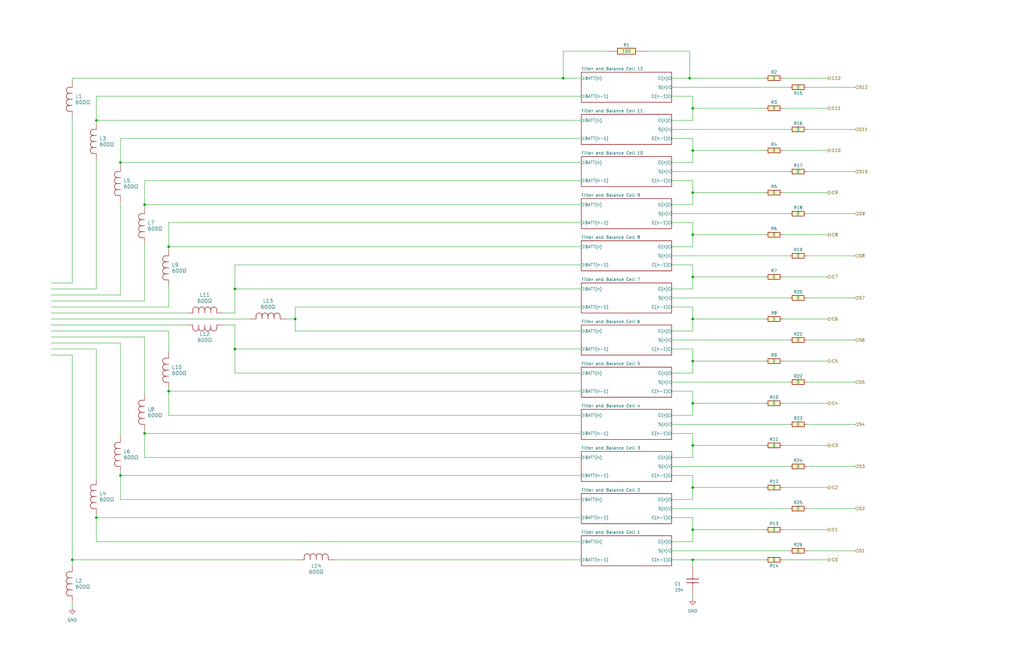
<source format=kicad_sch>
(kicad_sch (version 20230121) (generator eeschema)
  (paper "B")
  (title_block (title "Cell Filtering and Balancing") (date "2024-08-10") (rev "A") (company "AeroNU - FixedWing"))
  (lib_symbols
    (symbol "FixedWing:AC0805KRX7R8BB103" (pin_numbers hide) (pin_names (offset 0) hide)
      (property "Reference" "C" (at 8.89 6.35 0))
      (property "Value" "10n" (at 8.89 3.81 0))
      (symbol "AC0805KRX7R8BB103_1_1"
        (polyline (pts (xy 5.08 0) (xy 5.588 0)) (stroke (width 0.254)))
        (polyline (pts (xy 5.588 2.54) (xy 5.588 -2.54)) (stroke (width 0.254)))
        (polyline (pts (xy 7.112 0) (xy 7.62 0)) (stroke (width 0.254)))
        (polyline (pts (xy 7.112 2.54) (xy 7.112 -2.54)) (stroke (width 0.254)))
        (pin passive line (at 0 0 0) (length 5.08) (name "1") (number "1"))
        (pin passive line (at 12.7 0 180) (length 5.08) (name "2") (number "2"))
      )
    )
    (symbol "FixedWing:BLM31PG601SN1L" (pin_numbers hide) (pin_names (offset 0.254) hide)
      (property "Reference" "L" (at 6.985 5.08 0))
      (property "Value" "600Ω" (at 6.985 -2.54 0))
      (symbol "BLM31PG601SN1L_1_1"
        (polyline (pts (xy 2.54 0) (xy 2.54 1.27)) (stroke (width 0.2032)))
        (polyline (pts (xy 5.08 0) (xy 5.08 1.27)) (stroke (width 0.2032)))
        (polyline (pts (xy 7.62 0) (xy 7.62 1.27)) (stroke (width 0.2032)))
        (polyline (pts (xy 10.16 0) (xy 10.16 1.27)) (stroke (width 0.2032)))
        (polyline (pts (xy 12.7 0) (xy 12.7 1.27)) (stroke (width 0.2032)))
        (arc (start 5.08 1.27) (mid 3.81 2.5345) (end 2.54 1.27) (stroke (width 0.2032)))
        (arc (start 7.62 1.27) (mid 6.35 2.5345) (end 5.08 1.27) (stroke (width 0.2032)))
        (arc (start 10.16 1.27) (mid 8.89 2.5345) (end 7.62 1.27) (stroke (width 0.2032)))
        (arc (start 12.7 1.27) (mid 11.43 2.5345) (end 10.16 1.27) (stroke (width 0.2032)))
        (pin unspecified line (at 15.24 0 180) (length 2.54) (name "1") (number "1"))
        (pin unspecified line (at 0 0 0) (length 2.54) (name "2") (number "2"))
      )
      (symbol "BLM31PG601SN1L_1_2"
        (arc (start -1.27 5.08) (mid -2.5345 3.81) (end -1.27 2.54) (stroke (width 0.2032)))
        (arc (start -1.27 7.62) (mid -2.5345 6.35) (end -1.27 5.08) (stroke (width 0.2032)))
        (arc (start -1.27 10.16) (mid -2.5345 8.89) (end -1.27 7.62) (stroke (width 0.2032)))
        (arc (start -1.27 12.7) (mid -2.5345 11.43) (end -1.27 10.16) (stroke (width 0.2032)))
        (polyline (pts (xy 0 2.54) (xy -1.27 2.54)) (stroke (width 0.2032)))
        (polyline (pts (xy 0 5.08) (xy -1.27 5.08)) (stroke (width 0.2032)))
        (polyline (pts (xy 0 7.62) (xy -1.27 7.62)) (stroke (width 0.2032)))
        (polyline (pts (xy 0 10.16) (xy -1.27 10.16)) (stroke (width 0.2032)))
        (polyline (pts (xy 0 12.7) (xy -1.27 12.7)) (stroke (width 0.2032)))
        (pin unspecified line (at 0 15.24 270) (length 2.54) (name "1") (number "1"))
        (pin unspecified line (at 0 0 90) (length 2.54) (name "2") (number "2"))
      )
    )
    (symbol "FixedWing:CRCW0805100RFKEA" (pin_numbers hide) (pin_names (offset 0) hide)
      (property "Reference" "R" (at 13.97 6.35 0))
      (property "Value" "100" (at 13.97 3.81 0))
      (symbol "CRCW0805100RFKEA_1_1"
        (rectangle (start 5.08 1.27) (end 12.7 -1.27) (stroke (width 0.254)) (fill (type background)))
        (pin passive line (at 0 0 0) (length 5.08) (name "1") (number "1"))
        (pin passive line (at 17.78 0 180) (length 5.08) (name "2") (number "2"))
      )
    )
    (symbol "FixedWing:RC1206JR-070RL" (pin_numbers hide) (pin_names (offset 0) hide)
      (property "Reference" "R" (at 3.81 2.54 0))
      (property "Value" "0" (at 3.81 0 0))
      (symbol "RC1206JR-070RL_1_1"
        (rectangle (start 1.27 1.016) (end 6.35 -1.016) (stroke (width 0.254)) (fill (type background)))
        (pin passive line (at 0 0 0) (length 1.27) (name "~") (number "1"))
        (pin passive line (at 7.62 0 180) (length 1.27) (name "~") (number "2"))
      )
      (symbol "RC1206JR-070RL_1_2"
        (polyline (pts (xy -1.27 3.175) (xy 1.27 4.445)) (stroke (width 0.2032)))
        (polyline (pts (xy -1.27 5.715) (xy 1.27 6.985)) (stroke (width 0.2032)))
        (polyline (pts (xy -1.27 8.255) (xy 1.27 9.525)) (stroke (width 0.2032)))
        (polyline (pts (xy 0 2.54) (xy -1.27 3.175)) (stroke (width 0.2032)))
        (polyline (pts (xy 1.27 4.445) (xy -1.27 5.715)) (stroke (width 0.2032)))
        (polyline (pts (xy 1.27 6.985) (xy -1.27 8.255)) (stroke (width 0.2032)))
        (polyline (pts (xy 1.27 9.525) (xy 0 10.16)) (stroke (width 0.2032)))
        (pin unspecified line (at 0 12.7 270) (length 2.54) (name "") (number "1"))
        (pin unspecified line (at 0 0 90) (length 2.54) (name "") (number "2"))
      )
    )
    (symbol "power:GND" (power) (pin_names (offset 0))
      (property "Value" "GND" (at 0 -3.81 0))
      (symbol "GND_0_1"
        (polyline (pts (xy 0 0) (xy 0 -1.27) (xy 1.27 -1.27) (xy 0 -2.54) (xy -1.27 -1.27) (xy 0 -1.27)))
      )
      (symbol "GND_1_1"
        (pin power_in line (at 0 0 270) (length 0) hide (name "GND") (number "1"))
      )
    )
  )
  (junction (at 292.1 81.28))
  (junction (at 71.12 104.14))
  (junction (at 292.1 45.72))
  (junction (at 292.1 236.22))
  (junction (at 292.1 223.52))
  (junction (at 292.1 187.96))
  (junction (at 60.96 86.36))
  (junction (at 99.06 121.92))
  (junction (at 292.1 170.18))
  (junction (at 292.1 116.84))
  (junction (at 292.1 205.74))
  (junction (at 50.8 200.66))
  (junction (at 237.49 33.02))
  (junction (at 99.06 147.32))
  (junction (at 40.64 50.8))
  (junction (at 292.1 152.4))
  (junction (at 292.1 63.5))
  (junction (at 50.8 68.58))
  (junction (at 40.64 218.44))
  (junction (at 71.12 165.1))
  (junction (at 290.83 33.02))
  (junction (at 292.1 99.06))
  (junction (at 30.48 236.22))
  (junction (at 292.1 134.62))
  (junction (at 124.46 134.62))
  (junction (at 60.96 182.88))
  (wire (pts (xy 292.1 147.32) (xy 292.1 152.4)))
  (wire (pts (xy 71.12 120.65) (xy 71.12 129.54)))
  (wire (pts (xy 30.48 33.02) (xy 237.49 33.02)))
  (wire (pts (xy 283.21 111.76) (xy 292.1 111.76)))
  (wire (pts (xy 283.21 214.63) (xy 332.74 214.63)))
  (wire (pts (xy 283.21 200.66) (xy 292.1 200.66)))
  (wire (pts (xy 340.36 196.85) (xy 360.68 196.85)))
  (wire (pts (xy 283.21 33.02) (xy 290.83 33.02)))
  (wire (pts (xy 292.1 45.72) (xy 322.58 45.72)))
  (wire (pts (xy 292.1 93.98) (xy 292.1 99.06)))
  (wire (pts (xy 60.96 182.88) (xy 245.11 182.88)))
  (wire (pts (xy 292.1 165.1) (xy 292.1 170.18)))
  (wire (pts (xy 330.2 152.4) (xy 349.25 152.4)))
  (wire (pts (xy 99.06 157.48) (xy 245.11 157.48)))
  (wire (pts (xy 40.64 218.44) (xy 245.11 218.44)))
  (wire (pts (xy 330.2 236.22) (xy 349.25 236.22)))
  (wire (pts (xy 21.59 132.08) (xy 78.74 132.08)))
  (wire (pts (xy 283.21 129.54) (xy 292.1 129.54)))
  (wire (pts (xy 50.8 199.39) (xy 50.8 200.66)))
  (wire (pts (xy 50.8 144.78) (xy 50.8 184.15)))
  (wire (pts (xy 30.48 49.53) (xy 30.48 119.38)))
  (wire (pts (xy 21.59 147.32) (xy 40.64 147.32)))
  (wire (pts (xy 290.83 33.02) (xy 322.58 33.02)))
  (wire (pts (xy 292.1 236.22) (xy 322.58 236.22)))
  (wire (pts (xy 60.96 182.88) (xy 60.96 193.04)))
  (wire (pts (xy 245.11 86.36) (xy 60.96 86.36)))
  (wire (pts (xy 292.1 175.26) (xy 292.1 170.18)))
  (wire (pts (xy 332.74 143.51) (xy 283.21 143.51)))
  (wire (pts (xy 283.21 236.22) (xy 292.1 236.22)))
  (wire (pts (xy 21.59 137.16) (xy 78.74 137.16)))
  (wire (pts (xy 93.98 132.08) (xy 99.06 132.08)))
  (wire (pts (xy 50.8 68.58) (xy 50.8 69.85)))
  (wire (pts (xy 340.36 161.29) (xy 360.68 161.29)))
  (wire (pts (xy 292.1 81.28) (xy 292.1 86.36)))
  (wire (pts (xy 292.1 63.5) (xy 292.1 68.58)))
  (wire (pts (xy 30.48 254) (xy 30.48 256.54)))
  (wire (pts (xy 340.36 125.73) (xy 360.68 125.73)))
  (wire (pts (xy 330.2 134.62) (xy 349.25 134.62)))
  (wire (pts (xy 60.96 127) (xy 21.59 127)))
  (wire (pts (xy 50.8 58.42) (xy 50.8 68.58)))
  (wire (pts (xy 71.12 163.83) (xy 71.12 165.1)))
  (wire (pts (xy 292.1 50.8) (xy 292.1 45.72)))
  (wire (pts (xy 292.1 81.28) (xy 322.58 81.28)))
  (wire (pts (xy 283.21 139.7) (xy 292.1 139.7)))
  (wire (pts (xy 237.49 33.02) (xy 245.11 33.02)))
  (wire (pts (xy 340.36 214.63) (xy 360.68 214.63)))
  (wire (pts (xy 330.2 116.84) (xy 349.25 116.84)))
  (wire (pts (xy 120.65 134.62) (xy 124.46 134.62)))
  (wire (pts (xy 50.8 210.82) (xy 245.11 210.82)))
  (wire (pts (xy 330.2 99.06) (xy 349.25 99.06)))
  (wire (pts (xy 360.68 143.51) (xy 340.36 143.51)))
  (wire (pts (xy 245.11 129.54) (xy 124.46 129.54)))
  (wire (pts (xy 283.21 40.64) (xy 292.1 40.64)))
  (wire (pts (xy 292.1 134.62) (xy 292.1 139.7)))
  (wire (pts (xy 237.49 21.59) (xy 237.49 33.02)))
  (wire (pts (xy 283.21 161.29) (xy 332.74 161.29)))
  (wire (pts (xy 40.64 67.31) (xy 40.64 121.92)))
  (wire (pts (xy 50.8 200.66) (xy 245.11 200.66)))
  (wire (pts (xy 292.1 99.06) (xy 322.58 99.06)))
  (wire (pts (xy 292.1 63.5) (xy 322.58 63.5)))
  (wire (pts (xy 292.1 236.22) (xy 292.1 238.76)))
  (wire (pts (xy 292.1 116.84) (xy 292.1 121.92)))
  (wire (pts (xy 40.64 228.6) (xy 245.11 228.6)))
  (wire (pts (xy 71.12 104.14) (xy 71.12 105.41)))
  (wire (pts (xy 99.06 121.92) (xy 245.11 121.92)))
  (wire (pts (xy 292.1 182.88) (xy 292.1 187.96)))
  (wire (pts (xy 71.12 104.14) (xy 245.11 104.14)))
  (wire (pts (xy 283.21 125.73) (xy 332.74 125.73)))
  (wire (pts (xy 283.21 104.14) (xy 292.1 104.14)))
  (wire (pts (xy 292.1 170.18) (xy 322.58 170.18)))
  (wire (pts (xy 60.96 181.61) (xy 60.96 182.88)))
  (wire (pts (xy 292.1 116.84) (xy 322.58 116.84)))
  (wire (pts (xy 21.59 139.7) (xy 71.12 139.7)))
  (wire (pts (xy 360.68 54.61) (xy 340.36 54.61)))
  (wire (pts (xy 330.2 187.96) (xy 349.25 187.96)))
  (wire (pts (xy 283.21 147.32) (xy 292.1 147.32)))
  (wire (pts (xy 292.1 58.42) (xy 292.1 63.5)))
  (wire (pts (xy 283.21 179.07) (xy 332.74 179.07)))
  (wire (pts (xy 283.21 107.95) (xy 332.74 107.95)))
  (wire (pts (xy 60.96 76.2) (xy 245.11 76.2)))
  (wire (pts (xy 292.1 187.96) (xy 292.1 193.04)))
  (wire (pts (xy 283.21 157.48) (xy 292.1 157.48)))
  (wire (pts (xy 330.2 33.02) (xy 349.25 33.02)))
  (wire (pts (xy 283.21 36.83) (xy 332.74 36.83)))
  (wire (pts (xy 340.36 232.41) (xy 360.68 232.41)))
  (wire (pts (xy 93.98 137.16) (xy 99.06 137.16)))
  (wire (pts (xy 71.12 175.26) (xy 245.11 175.26)))
  (wire (pts (xy 283.21 93.98) (xy 292.1 93.98)))
  (wire (pts (xy 283.21 175.26) (xy 292.1 175.26)))
  (wire (pts (xy 292.1 205.74) (xy 292.1 210.82)))
  (wire (pts (xy 283.21 58.42) (xy 292.1 58.42)))
  (wire (pts (xy 30.48 149.86) (xy 30.48 236.22)))
  (wire (pts (xy 40.64 218.44) (xy 40.64 228.6)))
  (wire (pts (xy 292.1 129.54) (xy 292.1 134.62)))
  (wire (pts (xy 330.2 63.5) (xy 349.25 63.5)))
  (wire (pts (xy 60.96 142.24) (xy 60.96 166.37)))
  (wire (pts (xy 50.8 58.42) (xy 245.11 58.42)))
  (wire (pts (xy 60.96 76.2) (xy 60.96 86.36)))
  (wire (pts (xy 30.48 236.22) (xy 125.73 236.22)))
  (wire (pts (xy 292.1 40.64) (xy 292.1 45.72)))
  (wire (pts (xy 283.21 50.8) (xy 292.1 50.8)))
  (wire (pts (xy 283.21 72.39) (xy 332.74 72.39)))
  (wire (pts (xy 290.83 21.59) (xy 273.05 21.59)))
  (wire (pts (xy 124.46 129.54) (xy 124.46 134.62)))
  (wire (pts (xy 60.96 193.04) (xy 245.11 193.04)))
  (wire (pts (xy 283.21 86.36) (xy 292.1 86.36)))
  (wire (pts (xy 283.21 68.58) (xy 292.1 68.58)))
  (wire (pts (xy 283.21 193.04) (xy 292.1 193.04)))
  (wire (pts (xy 340.36 107.95) (xy 360.68 107.95)))
  (wire (pts (xy 245.11 139.7) (xy 124.46 139.7)))
  (wire (pts (xy 332.74 54.61) (xy 283.21 54.61)))
  (wire (pts (xy 40.64 217.17) (xy 40.64 218.44)))
  (wire (pts (xy 50.8 200.66) (xy 50.8 210.82)))
  (wire (pts (xy 290.83 33.02) (xy 290.83 21.59)))
  (wire (pts (xy 292.1 223.52) (xy 322.58 223.52)))
  (wire (pts (xy 140.97 236.22) (xy 245.11 236.22)))
  (wire (pts (xy 283.21 76.2) (xy 292.1 76.2)))
  (wire (pts (xy 283.21 218.44) (xy 292.1 218.44)))
  (wire (pts (xy 99.06 121.92) (xy 99.06 132.08)))
  (wire (pts (xy 99.06 147.32) (xy 245.11 147.32)))
  (wire (pts (xy 124.46 134.62) (xy 124.46 139.7)))
  (wire (pts (xy 283.21 121.92) (xy 292.1 121.92)))
  (wire (pts (xy 30.48 33.02) (xy 30.48 34.29)))
  (wire (pts (xy 283.21 232.41) (xy 332.74 232.41)))
  (wire (pts (xy 21.59 149.86) (xy 30.48 149.86)))
  (wire (pts (xy 237.49 21.59) (xy 255.27 21.59)))
  (wire (pts (xy 292.1 134.62) (xy 322.58 134.62)))
  (wire (pts (xy 292.1 205.74) (xy 322.58 205.74)))
  (wire (pts (xy 50.8 68.58) (xy 245.11 68.58)))
  (wire (pts (xy 40.64 147.32) (xy 40.64 201.93)))
  (wire (pts (xy 292.1 76.2) (xy 292.1 81.28)))
  (wire (pts (xy 99.06 137.16) (xy 99.06 147.32)))
  (wire (pts (xy 21.59 134.62) (xy 105.41 134.62)))
  (wire (pts (xy 21.59 129.54) (xy 71.12 129.54)))
  (wire (pts (xy 30.48 236.22) (xy 30.48 238.76)))
  (wire (pts (xy 330.2 223.52) (xy 349.25 223.52)))
  (wire (pts (xy 99.06 111.76) (xy 245.11 111.76)))
  (wire (pts (xy 283.21 210.82) (xy 292.1 210.82)))
  (wire (pts (xy 21.59 121.92) (xy 40.64 121.92)))
  (wire (pts (xy 40.64 40.64) (xy 40.64 50.8)))
  (wire (pts (xy 292.1 187.96) (xy 322.58 187.96)))
  (wire (pts (xy 292.1 200.66) (xy 292.1 205.74)))
  (wire (pts (xy 340.36 179.07) (xy 360.68 179.07)))
  (wire (pts (xy 340.36 72.39) (xy 360.68 72.39)))
  (wire (pts (xy 340.36 36.83) (xy 360.68 36.83)))
  (wire (pts (xy 292.1 218.44) (xy 292.1 223.52)))
  (wire (pts (xy 60.96 102.87) (xy 60.96 127)))
  (wire (pts (xy 71.12 165.1) (xy 245.11 165.1)))
  (wire (pts (xy 60.96 86.36) (xy 60.96 87.63)))
  (wire (pts (xy 71.12 93.98) (xy 71.12 104.14)))
  (wire (pts (xy 71.12 165.1) (xy 71.12 175.26)))
  (wire (pts (xy 283.21 165.1) (xy 292.1 165.1)))
  (wire (pts (xy 21.59 124.46) (xy 50.8 124.46)))
  (wire (pts (xy 283.21 196.85) (xy 332.74 196.85)))
  (wire (pts (xy 292.1 152.4) (xy 322.58 152.4)))
  (wire (pts (xy 292.1 152.4) (xy 292.1 157.48)))
  (wire (pts (xy 292.1 228.6) (xy 292.1 223.52)))
  (wire (pts (xy 292.1 111.76) (xy 292.1 116.84)))
  (wire (pts (xy 330.2 45.72) (xy 349.25 45.72)))
  (wire (pts (xy 40.64 50.8) (xy 40.64 52.07)))
  (wire (pts (xy 292.1 104.14) (xy 292.1 99.06)))
  (wire (pts (xy 40.64 40.64) (xy 245.11 40.64)))
  (wire (pts (xy 332.74 90.17) (xy 283.21 90.17)))
  (wire (pts (xy 60.96 142.24) (xy 21.59 142.24)))
  (wire (pts (xy 50.8 85.09) (xy 50.8 124.46)))
  (wire (pts (xy 21.59 119.38) (xy 30.48 119.38)))
  (wire (pts (xy 71.12 139.7) (xy 71.12 148.59)))
  (wire (pts (xy 99.06 147.32) (xy 99.06 157.48)))
  (wire (pts (xy 330.2 205.74) (xy 349.25 205.74)))
  (wire (pts (xy 283.21 228.6) (xy 292.1 228.6)))
  (wire (pts (xy 21.59 144.78) (xy 50.8 144.78)))
  (wire (pts (xy 71.12 93.98) (xy 245.11 93.98)))
  (wire (pts (xy 283.21 182.88) (xy 292.1 182.88)))
  (wire (pts (xy 40.64 50.8) (xy 245.11 50.8)))
  (wire (pts (xy 292.1 251.46) (xy 292.1 252.73)))
  (wire (pts (xy 330.2 81.28) (xy 349.25 81.28)))
  (wire (pts (xy 360.68 90.17) (xy 340.36 90.17)))
  (wire (pts (xy 99.06 111.76) (xy 99.06 121.92)))
  (wire (pts (xy 330.2 170.18) (xy 349.25 170.18)))
  (hierarchical_label "C5" (shape output) (at 349.25 152.4 0))
  (hierarchical_label "S6" (shape input) (at 360.68 143.51 0))
  (hierarchical_label "S8" (shape input) (at 360.68 107.95 0))
  (hierarchical_label "C11" (shape output) (at 349.25 45.72 0))
  (hierarchical_label "S3" (shape input) (at 360.68 196.85 0))
  (hierarchical_label "C9" (shape output) (at 349.25 81.28 0))
  (hierarchical_label "C8" (shape output) (at 349.25 99.06 0))
  (hierarchical_label "C4" (shape output) (at 349.25 170.18 0))
  (hierarchical_label "S5" (shape input) (at 360.68 161.29 0))
  (hierarchical_label "C3" (shape output) (at 349.25 187.96 0))
  (hierarchical_label "C6" (shape output) (at 349.25 134.62 0))
  (hierarchical_label "C10" (shape output) (at 349.25 63.5 0))
  (hierarchical_label "S10" (shape input) (at 360.68 72.39 0))
  (hierarchical_label "S9" (shape input) (at 360.68 90.17 0))
  (hierarchical_label "C2" (shape output) (at 349.25 205.74 0))
  (hierarchical_label "S12" (shape input) (at 360.68 36.83 0))
  (hierarchical_label "S4" (shape input) (at 360.68 179.07 0))
  (hierarchical_label "C0" (shape output) (at 349.25 236.22 0))
  (hierarchical_label "C12" (shape output) (at 349.25 33.02 0))
  (hierarchical_label "S11" (shape input) (at 360.68 54.61 0))
  (hierarchical_label "S1" (shape input) (at 360.68 232.41 0))
  (hierarchical_label "S7" (shape input) (at 360.68 125.73 0))
  (hierarchical_label "C1" (shape output) (at 349.25 223.52 0))
  (hierarchical_label "C7" (shape output) (at 349.25 116.84 0))
  (hierarchical_label "S2" (shape input) (at 360.68 214.63 0))
  (symbol (lib_id "FixedWing:RC1206JR-070RL") (at 332.74 161.29 0) (unit 1)
    (property "Reference" "R22" (at 336.55 158.75 0))
    (property "Value" "0" (at 336.55 161.29 0))
    (property "Footprint" "FixedWing:RC1206N_YAG" (effects hide))
    (property "Datasheet" "https://www.yageo.com/upload/media/product/products/datasheet/rchip/PYu-RC_Group_51_RoHS_L_12.pdf" (effects hide))
    (property "Manufacturer" "YAGEO" (effects hide))
    (property "Manufacturer Part Number" "RC1206JR-070RL" (effects hide))
  )
  (symbol (lib_id "FixedWing:RC1206JR-070RL") (at 332.74 143.51 0) (unit 1)
    (property "Reference" "R21" (at 336.55 140.97 0))
    (property "Value" "0" (at 336.55 143.51 0))
    (property "Footprint" "FixedWing:RC1206N_YAG" (effects hide))
    (property "Datasheet" "https://www.yageo.com/upload/media/product/products/datasheet/rchip/PYu-RC_Group_51_RoHS_L_12.pdf" (effects hide))
    (property "Manufacturer" "YAGEO" (effects hide))
    (property "Manufacturer Part Number" "RC1206JR-070RL" (effects hide))
  )
  (symbol (lib_id "FixedWing:RC1206JR-070RL") (at 332.74 125.73 0) (unit 1)
    (property "Reference" "R20" (at 336.55 123.19 0))
    (property "Value" "0" (at 336.55 125.73 0))
    (property "Footprint" "FixedWing:RC1206N_YAG" (effects hide))
    (property "Datasheet" "https://www.yageo.com/upload/media/product/products/datasheet/rchip/PYu-RC_Group_51_RoHS_L_12.pdf" (effects hide))
    (property "Manufacturer" "YAGEO" (effects hide))
    (property "Manufacturer Part Number" "RC1206JR-070RL" (effects hide))
  )
  (symbol (lib_id "FixedWing:BLM31PG601SN1L") (at 60.96 102.87 90) (unit 1)
    (property "Reference" "L7" (at 62.23 93.98 90) (effects (font (size 1.524 1.524)) (justify right)))
    (property "Value" "600Ω" (at 62.23 96.52 90) (effects (font (size 1.524 1.524)) (justify right)))
    (property "Footprint" "FixedWing:IND_BLM31PG391SN1L_MUR" (effects hide))
    (property "Datasheet" "https://www.murata.com/en-us/products/productdata/8796739698718/ENFA0006.pdf" (effects hide))
    (property "Manufacturer" "Murata Electronics" (effects hide))
    (property "Manufacturer Part Number" "BLM31PG601SN1L" (effects hide))
  )
  (symbol (lib_id "FixedWing:RC1206JR-070RL") (at 322.58 99.06 0) (unit 1)
    (property "Reference" "R6" (at 326.39 96.52 0))
    (property "Value" "0" (at 326.39 99.06 0))
    (property "Footprint" "FixedWing:RC1206N_YAG" (effects hide))
    (property "Datasheet" "https://www.yageo.com/upload/media/product/products/datasheet/rchip/PYu-RC_Group_51_RoHS_L_12.pdf" (effects hide))
    (property "Manufacturer" "YAGEO" (effects hide))
    (property "Manufacturer Part Number" "RC1206JR-070RL" (effects hide))
  )
  (symbol (lib_id "FixedWing:BLM31PG601SN1L") (at 78.74 132.08 0) (unit 1)
    (property "Reference" "L11" (at 86.36 124.46 0) (effects (font (size 1.524 1.524))))
    (property "Value" "600Ω" (at 86.36 127 0) (effects (font (size 1.524 1.524))))
    (property "Footprint" "FixedWing:IND_BLM31PG391SN1L_MUR" (effects hide))
    (property "Datasheet" "https://www.murata.com/en-us/products/productdata/8796739698718/ENFA0006.pdf" (effects hide))
    (property "Manufacturer" "Murata Electronics" (effects hide))
    (property "Manufacturer Part Number" "BLM31PG601SN1L" (effects hide))
  )
  (symbol (lib_id "FixedWing:RC1206JR-070RL") (at 332.74 72.39 0) (unit 1)
    (property "Reference" "R17" (at 336.55 69.85 0))
    (property "Value" "0" (at 336.55 72.39 0))
    (property "Footprint" "FixedWing:RC1206N_YAG" (effects hide))
    (property "Datasheet" "https://www.yageo.com/upload/media/product/products/datasheet/rchip/PYu-RC_Group_51_RoHS_L_12.pdf" (effects hide))
    (property "Manufacturer" "YAGEO" (effects hide))
    (property "Manufacturer Part Number" "RC1206JR-070RL" (effects hide))
  )
  (symbol (lib_id "FixedWing:BLM31PG601SN1L") (at 30.48 254 90) (unit 1)
    (property "Reference" "L2" (at 31.75 245.11 90) (effects (font (size 1.524 1.524)) (justify right)))
    (property "Value" "600Ω" (at 31.75 247.65 90) (effects (font (size 1.524 1.524)) (justify right)))
    (property "Footprint" "FixedWing:IND_BLM31PG391SN1L_MUR" (effects hide))
    (property "Datasheet" "https://www.murata.com/en-us/products/productdata/8796739698718/ENFA0006.pdf" (effects hide))
    (property "Manufacturer" "Murata Electronics" (effects hide))
    (property "Manufacturer Part Number" "BLM31PG601SN1L" (effects hide))
  )
  (symbol (lib_id "FixedWing:BLM31PG601SN1L") (at 71.12 120.65 90) (unit 1)
    (property "Reference" "L9" (at 72.39 111.76 90) (effects (font (size 1.524 1.524)) (justify right)))
    (property "Value" "600Ω" (at 72.39 114.3 90) (effects (font (size 1.524 1.524)) (justify right)))
    (property "Footprint" "FixedWing:IND_BLM31PG391SN1L_MUR" (effects hide))
    (property "Datasheet" "https://www.murata.com/en-us/products/productdata/8796739698718/ENFA0006.pdf" (effects hide))
    (property "Manufacturer" "Murata Electronics" (effects hide))
    (property "Manufacturer Part Number" "BLM31PG601SN1L" (effects hide))
  )
  (symbol (lib_id "FixedWing:RC1206JR-070RL") (at 332.74 107.95 0) (unit 1)
    (property "Reference" "R19" (at 336.55 105.41 0))
    (property "Value" "0" (at 336.55 107.95 0))
    (property "Footprint" "FixedWing:RC1206N_YAG" (effects hide))
    (property "Datasheet" "https://www.yageo.com/upload/media/product/products/datasheet/rchip/PYu-RC_Group_51_RoHS_L_12.pdf" (effects hide))
    (property "Manufacturer" "YAGEO" (effects hide))
    (property "Manufacturer Part Number" "RC1206JR-070RL" (effects hide))
  )
  (symbol (lib_id "FixedWing:RC1206JR-070RL") (at 322.58 223.52 0) (unit 1)
    (property "Reference" "R13" (at 326.39 220.98 0))
    (property "Value" "0" (at 326.39 223.52 0))
    (property "Footprint" "FixedWing:RC1206N_YAG" (effects hide))
    (property "Datasheet" "https://www.yageo.com/upload/media/product/products/datasheet/rchip/PYu-RC_Group_51_RoHS_L_12.pdf" (effects hide))
    (property "Manufacturer" "YAGEO" (effects hide))
    (property "Manufacturer Part Number" "RC1206JR-070RL" (effects hide))
  )
  (symbol (lib_id "FixedWing:BLM31PG601SN1L") (at 93.98 137.16 180) (unit 1)
    (property "Reference" "L12" (at 86.36 140.97 0) (effects (font (size 1.524 1.524))))
    (property "Value" "600Ω" (at 86.36 143.51 0) (effects (font (size 1.524 1.524))))
    (property "Footprint" "FixedWing:IND_BLM31PG391SN1L_MUR" (effects hide))
    (property "Datasheet" "https://www.murata.com/en-us/products/productdata/8796739698718/ENFA0006.pdf" (effects hide))
    (property "Manufacturer" "Murata Electronics" (effects hide))
    (property "Manufacturer Part Number" "BLM31PG601SN1L" (effects hide))
  )
  (symbol (lib_id "FixedWing:RC1206JR-070RL") (at 332.74 179.07 0) (unit 1)
    (property "Reference" "R23" (at 336.55 176.53 0))
    (property "Value" "0" (at 336.55 179.07 0))
    (property "Footprint" "FixedWing:RC1206N_YAG" (effects hide))
    (property "Datasheet" "https://www.yageo.com/upload/media/product/products/datasheet/rchip/PYu-RC_Group_51_RoHS_L_12.pdf" (effects hide))
    (property "Manufacturer" "YAGEO" (effects hide))
    (property "Manufacturer Part Number" "RC1206JR-070RL" (effects hide))
  )
  (symbol (lib_id "FixedWing:RC1206JR-070RL") (at 332.74 232.41 0) (unit 1)
    (property "Reference" "R26" (at 336.55 229.87 0))
    (property "Value" "0" (at 336.55 232.41 0))
    (property "Footprint" "FixedWing:RC1206N_YAG" (effects hide))
    (property "Datasheet" "https://www.yageo.com/upload/media/product/products/datasheet/rchip/PYu-RC_Group_51_RoHS_L_12.pdf" (effects hide))
    (property "Manufacturer" "YAGEO" (effects hide))
    (property "Manufacturer Part Number" "RC1206JR-070RL" (effects hide))
  )
  (symbol (lib_id "FixedWing:RC1206JR-070RL") (at 332.74 54.61 0) (unit 1)
    (property "Reference" "R16" (at 336.55 52.07 0))
    (property "Value" "0" (at 336.55 54.61 0))
    (property "Footprint" "FixedWing:RC1206N_YAG" (effects hide))
    (property "Datasheet" "https://www.yageo.com/upload/media/product/products/datasheet/rchip/PYu-RC_Group_51_RoHS_L_12.pdf" (effects hide))
    (property "Manufacturer" "YAGEO" (effects hide))
    (property "Manufacturer Part Number" "RC1206JR-070RL" (effects hide))
  )
  (symbol (lib_id "FixedWing:RC1206JR-070RL") (at 322.58 81.28 0) (unit 1)
    (property "Reference" "R5" (at 326.39 78.74 0))
    (property "Value" "0" (at 326.39 81.28 0))
    (property "Footprint" "FixedWing:RC1206N_YAG" (effects hide))
    (property "Datasheet" "https://www.yageo.com/upload/media/product/products/datasheet/rchip/PYu-RC_Group_51_RoHS_L_12.pdf" (effects hide))
    (property "Manufacturer" "YAGEO" (effects hide))
    (property "Manufacturer Part Number" "RC1206JR-070RL" (effects hide))
  )
  (symbol (lib_id "FixedWing:RC1206JR-070RL") (at 332.74 36.83 0) (unit 1)
    (property "Reference" "R15" (at 336.55 39.37 0))
    (property "Value" "0" (at 336.55 36.83 0))
    (property "Footprint" "FixedWing:RC1206N_YAG" (effects hide))
    (property "Datasheet" "https://www.yageo.com/upload/media/product/products/datasheet/rchip/PYu-RC_Group_51_RoHS_L_12.pdf" (effects hide))
    (property "Manufacturer" "YAGEO" (effects hide))
    (property "Manufacturer Part Number" "RC1206JR-070RL" (effects hide))
  )
  (symbol (lib_id "FixedWing:RC1206JR-070RL") (at 322.58 236.22 0) (unit 1)
    (property "Reference" "R14" (at 326.39 238.76 0))
    (property "Value" "0" (at 326.39 236.22 0))
    (property "Footprint" "FixedWing:RC1206N_YAG" (effects hide))
    (property "Datasheet" "https://www.yageo.com/upload/media/product/products/datasheet/rchip/PYu-RC_Group_51_RoHS_L_12.pdf" (effects hide))
    (property "Manufacturer" "YAGEO" (effects hide))
    (property "Manufacturer Part Number" "RC1206JR-070RL" (effects hide))
  )
  (symbol (lib_id "FixedWing:RC1206JR-070RL") (at 322.58 116.84 0) (unit 1)
    (property "Reference" "R7" (at 326.39 114.3 0))
    (property "Value" "0" (at 326.39 116.84 0))
    (property "Footprint" "FixedWing:RC1206N_YAG" (effects hide))
    (property "Datasheet" "https://www.yageo.com/upload/media/product/products/datasheet/rchip/PYu-RC_Group_51_RoHS_L_12.pdf" (effects hide))
    (property "Manufacturer" "YAGEO" (effects hide))
    (property "Manufacturer Part Number" "RC1206JR-070RL" (effects hide))
  )
  (symbol (lib_id "FixedWing:RC1206JR-070RL") (at 322.58 205.74 0) (unit 1)
    (property "Reference" "R12" (at 326.39 203.2 0))
    (property "Value" "0" (at 326.39 205.74 0))
    (property "Footprint" "FixedWing:RC1206N_YAG" (effects hide))
    (property "Datasheet" "https://www.yageo.com/upload/media/product/products/datasheet/rchip/PYu-RC_Group_51_RoHS_L_12.pdf" (effects hide))
    (property "Manufacturer" "YAGEO" (effects hide))
    (property "Manufacturer Part Number" "RC1206JR-070RL" (effects hide))
  )
  (symbol (lib_id "FixedWing:BLM31PG601SN1L") (at 105.41 134.62 0) (unit 1)
    (property "Reference" "L13" (at 113.03 127 0) (effects (font (size 1.524 1.524))))
    (property "Value" "600Ω" (at 113.03 129.54 0) (effects (font (size 1.524 1.524))))
    (property "Footprint" "FixedWing:IND_BLM31PG391SN1L_MUR" (effects hide))
    (property "Datasheet" "https://www.murata.com/en-us/products/productdata/8796739698718/ENFA0006.pdf" (effects hide))
    (property "Manufacturer" "Murata Electronics" (effects hide))
    (property "Manufacturer Part Number" "BLM31PG601SN1L" (effects hide))
  )
  (symbol (lib_id "power:GND") (at 30.48 256.54 0) (unit 1)
    (property "Reference" "#PWR03" (effects hide))
    (property "Value" "GND" (at 30.48 261.62 0))
  )
  (symbol (lib_id "FixedWing:RC1206JR-070RL") (at 322.58 33.02 0) (unit 1)
    (property "Reference" "R2" (at 326.39 30.48 0))
    (property "Value" "0" (at 326.39 33.02 0))
    (property "Footprint" "FixedWing:RC1206N_YAG" (effects hide))
    (property "Datasheet" "https://www.yageo.com/upload/media/product/products/datasheet/rchip/PYu-RC_Group_51_RoHS_L_12.pdf" (effects hide))
    (property "Manufacturer" "YAGEO" (effects hide))
    (property "Manufacturer Part Number" "RC1206JR-070RL" (effects hide))
  )
  (symbol (lib_id "FixedWing:AC0805KRX7R8BB103") (at 292.1 238.76 270) (unit 1)
    (property "Reference" "C1" (at 284.48 246.38 90) (effects (justify left)))
    (property "Value" "10n" (at 284.48 248.92 90) (effects (justify left)))
    (property "Footprint" "FixedWing:CAPC2012X95N" (effects hide))
    (property "Datasheet" "https://www.yageo.com/en/ProductSearch/PartNumberSearch?part_number=AC0805KRX7R8BB103" (effects hide))
    (property "Height" "0.95" (effects hide))
    (property "Mouser Part Number" "603-AC805KRX7R8BB103" (effects hide))
    (property "Mouser Price/Stock" "https://www.mouser.co.uk/ProductDetail/YAGEO/AC0805KRX7R8BB103?qs=WS5Jv%252B%252Bx1qWanT8XqjMqIQ%3D%3D" (effects hide))
    (property "Manufacturer_Name" "YAGEO" (effects hide))
    (property "Manufacturer_Part_Number" "AC0805KRX7R8BB103" (effects hide))
  )
  (symbol (lib_id "FixedWing:RC1206JR-070RL") (at 332.74 196.85 0) (unit 1)
    (property "Reference" "R24" (at 336.55 194.31 0))
    (property "Value" "0" (at 336.55 196.85 0))
    (property "Footprint" "FixedWing:RC1206N_YAG" (effects hide))
    (property "Datasheet" "https://www.yageo.com/upload/media/product/products/datasheet/rchip/PYu-RC_Group_51_RoHS_L_12.pdf" (effects hide))
    (property "Manufacturer" "YAGEO" (effects hide))
    (property "Manufacturer Part Number" "RC1206JR-070RL" (effects hide))
  )
  (symbol (lib_id "FixedWing:RC1206JR-070RL") (at 322.58 45.72 0) (unit 1)
    (property "Reference" "R3" (at 326.39 43.18 0))
    (property "Value" "0" (at 326.39 45.72 0))
    (property "Footprint" "FixedWing:RC1206N_YAG" (effects hide))
    (property "Datasheet" "https://www.yageo.com/upload/media/product/products/datasheet/rchip/PYu-RC_Group_51_RoHS_L_12.pdf" (effects hide))
    (property "Manufacturer" "YAGEO" (effects hide))
    (property "Manufacturer Part Number" "RC1206JR-070RL" (effects hide))
  )
  (symbol (lib_id "FixedWing:CRCW0805100RFKEA") (at 255.27 21.59 0) (unit 1)
    (property "Reference" "R1" (at 264.16 19.05 0))
    (property "Value" "100" (at 264.16 21.59 0))
    (property "Footprint" "RESC2012X50N" (effects hide))
    (property "Datasheet" "http://www.vishay.com/docs/20035/dcrcwe3.pdf" (effects hide))
    (property "Height" "0.5" (effects hide))
    (property "Mouser Part Number" "71-CRCW0805-100-E3" (effects hide))
    (property "Mouser Price/Stock" "https://www.mouser.co.uk/ProductDetail/Vishay-Dale/CRCW0805100RFKEA?qs=LOX6nxTstiYDPDKmuLyNLw%3D%3D" (effects hide))
    (property "Manufacturer_Name" "Vishay" (effects hide))
    (property "Manufacturer_Part_Number" "CRCW0805100RFKEA" (effects hide))
  )
  (symbol (lib_id "FixedWing:BLM31PG601SN1L") (at 60.96 181.61 90) (unit 1)
    (property "Reference" "L8" (at 62.23 172.72 90) (effects (font (size 1.524 1.524)) (justify right)))
    (property "Value" "600Ω" (at 62.23 175.26 90) (effects (font (size 1.524 1.524)) (justify right)))
    (property "Footprint" "FixedWing:IND_BLM31PG391SN1L_MUR" (effects hide))
    (property "Datasheet" "https://www.murata.com/en-us/products/productdata/8796739698718/ENFA0006.pdf" (effects hide))
    (property "Manufacturer" "Murata Electronics" (effects hide))
    (property "Manufacturer Part Number" "BLM31PG601SN1L" (effects hide))
  )
  (symbol (lib_id "FixedWing:BLM31PG601SN1L") (at 50.8 199.39 90) (unit 1)
    (property "Reference" "L6" (at 52.07 190.5 90) (effects (font (size 1.524 1.524)) (justify right)))
    (property "Value" "600Ω" (at 52.07 193.04 90) (effects (font (size 1.524 1.524)) (justify right)))
    (property "Footprint" "FixedWing:IND_BLM31PG391SN1L_MUR" (effects hide))
    (property "Datasheet" "https://www.murata.com/en-us/products/productdata/8796739698718/ENFA0006.pdf" (effects hide))
    (property "Manufacturer" "Murata Electronics" (effects hide))
    (property "Manufacturer Part Number" "BLM31PG601SN1L" (effects hide))
  )
  (symbol (lib_id "FixedWing:RC1206JR-070RL") (at 332.74 90.17 0) (unit 1)
    (property "Reference" "R18" (at 336.55 87.63 0))
    (property "Value" "0" (at 336.55 90.17 0))
    (property "Footprint" "FixedWing:RC1206N_YAG" (effects hide))
    (property "Datasheet" "https://www.yageo.com/upload/media/product/products/datasheet/rchip/PYu-RC_Group_51_RoHS_L_12.pdf" (effects hide))
    (property "Manufacturer" "YAGEO" (effects hide))
    (property "Manufacturer Part Number" "RC1206JR-070RL" (effects hide))
  )
  (symbol (lib_id "FixedWing:RC1206JR-070RL") (at 322.58 187.96 0) (unit 1)
    (property "Reference" "R11" (at 326.39 185.42 0))
    (property "Value" "0" (at 326.39 187.96 0))
    (property "Footprint" "FixedWing:RC1206N_YAG" (effects hide))
    (property "Datasheet" "https://www.yageo.com/upload/media/product/products/datasheet/rchip/PYu-RC_Group_51_RoHS_L_12.pdf" (effects hide))
    (property "Manufacturer" "YAGEO" (effects hide))
    (property "Manufacturer Part Number" "RC1206JR-070RL" (effects hide))
  )
  (symbol (lib_id "FixedWing:RC1206JR-070RL") (at 322.58 170.18 0) (unit 1)
    (property "Reference" "R10" (at 326.39 167.64 0))
    (property "Value" "0" (at 326.39 170.18 0))
    (property "Footprint" "FixedWing:RC1206N_YAG" (effects hide))
    (property "Datasheet" "https://www.yageo.com/upload/media/product/products/datasheet/rchip/PYu-RC_Group_51_RoHS_L_12.pdf" (effects hide))
    (property "Manufacturer" "YAGEO" (effects hide))
    (property "Manufacturer Part Number" "RC1206JR-070RL" (effects hide))
  )
  (symbol (lib_id "FixedWing:RC1206JR-070RL") (at 332.74 214.63 0) (unit 1)
    (property "Reference" "R25" (at 336.55 212.09 0))
    (property "Value" "0" (at 336.55 214.63 0))
    (property "Footprint" "FixedWing:RC1206N_YAG" (effects hide))
    (property "Datasheet" "https://www.yageo.com/upload/media/product/products/datasheet/rchip/PYu-RC_Group_51_RoHS_L_12.pdf" (effects hide))
    (property "Manufacturer" "YAGEO" (effects hide))
    (property "Manufacturer Part Number" "RC1206JR-070RL" (effects hide))
  )
  (symbol (lib_id "FixedWing:BLM31PG601SN1L") (at 125.73 236.22 0) (unit 1)
    (property "Reference" "L14" (at 133.35 238.76 0) (effects (font (size 1.524 1.524))))
    (property "Value" "600Ω" (at 133.35 241.3 0) (effects (font (size 1.524 1.524))))
    (property "Footprint" "FixedWing:IND_BLM31PG391SN1L_MUR" (effects hide))
    (property "Datasheet" "https://www.murata.com/en-us/products/productdata/8796739698718/ENFA0006.pdf" (effects hide))
    (property "Manufacturer" "Murata Electronics" (effects hide))
    (property "Manufacturer Part Number" "BLM31PG601SN1L" (effects hide))
  )
  (symbol (lib_id "FixedWing:BLM31PG601SN1L") (at 40.64 67.31 90) (unit 1)
    (property "Reference" "L3" (at 41.91 58.42 90) (effects (font (size 1.524 1.524)) (justify right)))
    (property "Value" "600Ω" (at 41.91 60.96 90) (effects (font (size 1.524 1.524)) (justify right)))
    (property "Footprint" "FixedWing:IND_BLM31PG391SN1L_MUR" (effects hide))
    (property "Datasheet" "https://www.murata.com/en-us/products/productdata/8796739698718/ENFA0006.pdf" (effects hide))
    (property "Manufacturer" "Murata Electronics" (effects hide))
    (property "Manufacturer Part Number" "BLM31PG601SN1L" (effects hide))
  )
  (symbol (lib_id "FixedWing:BLM31PG601SN1L") (at 30.48 49.53 90) (unit 1)
    (property "Reference" "L1" (at 31.75 40.64 90) (effects (font (size 1.524 1.524)) (justify right)))
    (property "Value" "600Ω" (at 31.75 43.18 90) (effects (font (size 1.524 1.524)) (justify right)))
    (property "Footprint" "FixedWing:IND_BLM31PG391SN1L_MUR" (effects hide))
    (property "Datasheet" "https://www.murata.com/en-us/products/productdata/8796739698718/ENFA0006.pdf" (effects hide))
    (property "Manufacturer" "Murata Electronics" (effects hide))
    (property "Manufacturer Part Number" "BLM31PG601SN1L" (effects hide))
  )
  (symbol (lib_id "FixedWing:RC1206JR-070RL") (at 322.58 152.4 0) (unit 1)
    (property "Reference" "R9" (at 326.39 149.86 0))
    (property "Value" "0" (at 326.39 152.4 0))
    (property "Footprint" "FixedWing:RC1206N_YAG" (effects hide))
    (property "Datasheet" "https://www.yageo.com/upload/media/product/products/datasheet/rchip/PYu-RC_Group_51_RoHS_L_12.pdf" (effects hide))
    (property "Manufacturer" "YAGEO" (effects hide))
    (property "Manufacturer Part Number" "RC1206JR-070RL" (effects hide))
  )
  (symbol (lib_id "FixedWing:RC1206JR-070RL") (at 322.58 63.5 0) (unit 1)
    (property "Reference" "R4" (at 326.39 60.96 0))
    (property "Value" "0" (at 326.39 63.5 0))
    (property "Footprint" "FixedWing:RC1206N_YAG" (effects hide))
    (property "Datasheet" "https://www.yageo.com/upload/media/product/products/datasheet/rchip/PYu-RC_Group_51_RoHS_L_12.pdf" (effects hide))
    (property "Manufacturer" "YAGEO" (effects hide))
    (property "Manufacturer Part Number" "RC1206JR-070RL" (effects hide))
  )
  (symbol (lib_id "FixedWing:RC1206JR-070RL") (at 322.58 134.62 0) (unit 1)
    (property "Reference" "R8" (at 326.39 132.08 0))
    (property "Value" "0" (at 326.39 134.62 0))
    (property "Footprint" "FixedWing:RC1206N_YAG" (effects hide))
    (property "Datasheet" "https://www.yageo.com/upload/media/product/products/datasheet/rchip/PYu-RC_Group_51_RoHS_L_12.pdf" (effects hide))
    (property "Manufacturer" "YAGEO" (effects hide))
    (property "Manufacturer Part Number" "RC1206JR-070RL" (effects hide))
  )
  (symbol (lib_id "FixedWing:BLM31PG601SN1L") (at 50.8 85.09 90) (unit 1)
    (property "Reference" "L5" (at 52.07 76.2 90) (effects (font (size 1.524 1.524)) (justify right)))
    (property "Value" "600Ω" (at 52.07 78.74 90) (effects (font (size 1.524 1.524)) (justify right)))
    (property "Footprint" "FixedWing:IND_BLM31PG391SN1L_MUR" (effects hide))
    (property "Datasheet" "https://www.murata.com/en-us/products/productdata/8796739698718/ENFA0006.pdf" (effects hide))
    (property "Manufacturer" "Murata Electronics" (effects hide))
    (property "Manufacturer Part Number" "BLM31PG601SN1L" (effects hide))
  )
  (symbol (lib_id "FixedWing:BLM31PG601SN1L") (at 40.64 217.17 90) (unit 1)
    (property "Reference" "L4" (at 41.91 208.28 90) (effects (font (size 1.524 1.524)) (justify right)))
    (property "Value" "600Ω" (at 41.91 210.82 90) (effects (font (size 1.524 1.524)) (justify right)))
    (property "Footprint" "FixedWing:IND_BLM31PG391SN1L_MUR" (effects hide))
    (property "Datasheet" "https://www.murata.com/en-us/products/productdata/8796739698718/ENFA0006.pdf" (effects hide))
    (property "Manufacturer" "Murata Electronics" (effects hide))
    (property "Manufacturer Part Number" "BLM31PG601SN1L" (effects hide))
  )
  (symbol (lib_id "FixedWing:BLM31PG601SN1L") (at 71.12 163.83 90) (unit 1)
    (property "Reference" "L10" (at 72.39 154.94 90) (effects (font (size 1.524 1.524)) (justify right)))
    (property "Value" "600Ω" (at 72.39 157.48 90) (effects (font (size 1.524 1.524)) (justify right)))
    (property "Footprint" "FixedWing:IND_BLM31PG391SN1L_MUR" (effects hide))
    (property "Datasheet" "https://www.murata.com/en-us/products/productdata/8796739698718/ENFA0006.pdf" (effects hide))
    (property "Manufacturer" "Murata Electronics" (effects hide))
    (property "Manufacturer Part Number" "BLM31PG601SN1L" (effects hide))
  )
  (symbol (lib_id "power:GND") (at 292.1 252.73 0) (unit 1)
    (property "Reference" "#PWR04" (effects hide))
    (property "Value" "GND" (at 292.1 257.81 0))
  )
  (sheet (at 245.11 190.5) (size 38.1 12.7) (stroke (width 0.1524))
    (property "Sheetname" "Filter and Balance Cell 3" (at 245.11 189.7884 0) (effects (justify left bottom)))
    (property "Sheetfile" "FilterBalanceCell.kicad_sch" (effects hide))
    (pin "BATT(n)" input (at 245.11 193.04 180))
    (pin "BATT(n-1)" input (at 245.11 200.66 180))
    (pin "C(n-1)" output (at 283.21 200.66 0))
    (pin "S(n)" input (at 283.21 196.85 0))
    (pin "C(n)" output (at 283.21 193.04 0))
  )
  (sheet (at 245.11 66.04) (size 38.1 12.7) (stroke (width 0.1524))
    (property "Sheetname" "Filter and Balance Cell 10" (at 245.11 65.3284 0) (effects (justify left bottom)))
    (property "Sheetfile" "FilterBalanceCell.kicad_sch" (effects hide))
    (pin "BATT(n)" input (at 245.11 68.58 180))
    (pin "BATT(n-1)" input (at 245.11 76.2 180))
    (pin "C(n-1)" output (at 283.21 76.2 0))
    (pin "S(n)" input (at 283.21 72.39 0))
    (pin "C(n)" output (at 283.21 68.58 0))
  )
  (sheet (at 245.11 137.16) (size 38.1 12.7) (stroke (width 0.1524))
    (property "Sheetname" "Filter and Balance Cell 6" (at 245.11 136.4484 0) (effects (justify left bottom)))
    (property "Sheetfile" "FilterBalanceCell.kicad_sch" (effects hide))
    (pin "BATT(n)" input (at 245.11 139.7 180))
    (pin "BATT(n-1)" input (at 245.11 147.32 180))
    (pin "C(n-1)" output (at 283.21 147.32 0))
    (pin "S(n)" input (at 283.21 143.51 0))
    (pin "C(n)" output (at 283.21 139.7 0))
  )
  (sheet (at 245.11 83.82) (size 38.1 12.7) (stroke (width 0.1524))
    (property "Sheetname" "Filter and Balance Cell 9" (at 245.11 83.1084 0) (effects (justify left bottom)))
    (property "Sheetfile" "FilterBalanceCell.kicad_sch" (effects hide))
    (pin "BATT(n)" input (at 245.11 86.36 180))
    (pin "BATT(n-1)" input (at 245.11 93.98 180))
    (pin "C(n-1)" output (at 283.21 93.98 0))
    (pin "S(n)" input (at 283.21 90.17 0))
    (pin "C(n)" output (at 283.21 86.36 0))
  )
  (sheet (at 245.11 30.48) (size 38.1 12.7) (stroke (width 0.1524))
    (property "Sheetname" "Filter and Balance Cell 12" (at 245.11 29.7684 0) (effects (justify left bottom)))
    (property "Sheetfile" "FilterBalanceCell.kicad_sch" (effects hide))
    (pin "BATT(n)" input (at 245.11 33.02 180))
    (pin "BATT(n-1)" input (at 245.11 40.64 180))
    (pin "C(n-1)" output (at 283.21 40.64 0))
    (pin "S(n)" input (at 283.21 36.83 0))
    (pin "C(n)" output (at 283.21 33.02 0))
  )
  (sheet (at 245.11 172.72) (size 38.1 12.7) (stroke (width 0.1524))
    (property "Sheetname" "Filter and Balance Cell 4" (at 245.11 172.0084 0) (effects (justify left bottom)))
    (property "Sheetfile" "FilterBalanceCell.kicad_sch" (effects hide))
    (pin "BATT(n)" input (at 245.11 175.26 180))
    (pin "BATT(n-1)" input (at 245.11 182.88 180))
    (pin "C(n-1)" output (at 283.21 182.88 0))
    (pin "S(n)" input (at 283.21 179.07 0))
    (pin "C(n)" output (at 283.21 175.26 0))
  )
  (sheet (at 245.11 208.28) (size 38.1 12.7) (stroke (width 0.1524))
    (property "Sheetname" "Filter and Balance Cell 2" (at 245.11 207.5684 0) (effects (justify left bottom)))
    (property "Sheetfile" "FilterBalanceCell.kicad_sch" (effects hide))
    (pin "BATT(n)" input (at 245.11 210.82 180))
    (pin "BATT(n-1)" input (at 245.11 218.44 180))
    (pin "C(n-1)" output (at 283.21 218.44 0))
    (pin "S(n)" input (at 283.21 214.63 0))
    (pin "C(n)" output (at 283.21 210.82 0))
  )
  (sheet (at 245.11 48.26) (size 38.1 12.7) (stroke (width 0.1524))
    (property "Sheetname" "Filter and Balance Cell 11" (at 245.11 47.5484 0) (effects (justify left bottom)))
    (property "Sheetfile" "FilterBalanceCell.kicad_sch" (effects hide))
    (pin "BATT(n)" input (at 245.11 50.8 180))
    (pin "BATT(n-1)" input (at 245.11 58.42 180))
    (pin "C(n-1)" output (at 283.21 58.42 0))
    (pin "S(n)" input (at 283.21 54.61 0))
    (pin "C(n)" output (at 283.21 50.8 0))
  )
  (sheet (at 245.11 226.06) (size 38.1 12.7) (stroke (width 0.1524))
    (property "Sheetname" "Filter and Balance Cell 1" (at 245.11 225.3484 0) (effects (justify left bottom)))
    (property "Sheetfile" "FilterBalanceCell.kicad_sch" (effects hide))
    (pin "BATT(n)" input (at 245.11 228.6 180))
    (pin "BATT(n-1)" input (at 245.11 236.22 180))
    (pin "C(n-1)" output (at 283.21 236.22 0))
    (pin "S(n)" input (at 283.21 232.41 0))
    (pin "C(n)" output (at 283.21 228.6 0))
  )
  (sheet (at 245.11 101.6) (size 38.1 12.7) (stroke (width 0.1524))
    (property "Sheetname" "Filter and Balance Cell 8" (at 245.11 100.8884 0) (effects (justify left bottom)))
    (property "Sheetfile" "FilterBalanceCell.kicad_sch" (effects hide))
    (pin "BATT(n)" input (at 245.11 104.14 180))
    (pin "BATT(n-1)" input (at 245.11 111.76 180))
    (pin "C(n-1)" output (at 283.21 111.76 0))
    (pin "S(n)" input (at 283.21 107.95 0))
    (pin "C(n)" output (at 283.21 104.14 0))
  )
  (sheet (at 245.11 154.94) (size 38.1 12.7) (stroke (width 0.1524))
    (property "Sheetname" "Filter and Balance Cell 5" (at 245.11 154.2284 0) (effects (justify left bottom)))
    (property "Sheetfile" "FilterBalanceCell.kicad_sch" (effects hide))
    (pin "BATT(n)" input (at 245.11 157.48 180))
    (pin "BATT(n-1)" input (at 245.11 165.1 180))
    (pin "C(n-1)" output (at 283.21 165.1 0))
    (pin "S(n)" input (at 283.21 161.29 0))
    (pin "C(n)" output (at 283.21 157.48 0))
  )
  (sheet (at 245.11 119.38) (size 38.1 12.7) (stroke (width 0.1524))
    (property "Sheetname" "Filter and Balance Cell 7" (at 245.11 118.6684 0) (effects (justify left bottom)))
    (property "Sheetfile" "FilterBalanceCell.kicad_sch" (effects hide))
    (pin "BATT(n)" input (at 245.11 121.92 180))
    (pin "BATT(n-1)" input (at 245.11 129.54 180))
    (pin "C(n-1)" output (at 283.21 129.54 0))
    (pin "S(n)" input (at 283.21 125.73 0))
    (pin "C(n)" output (at 283.21 121.92 0))
  )
)
</source>
